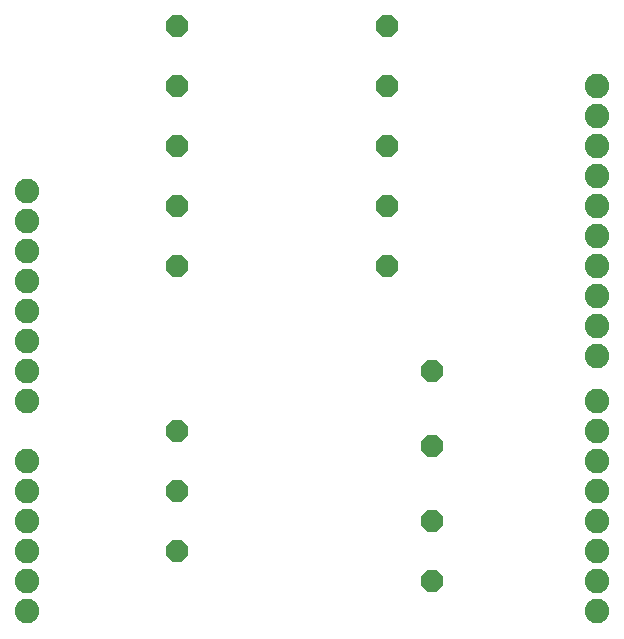
<source format=gbr>
G04 EAGLE Gerber RS-274X export*
G75*
%MOMM*%
%FSLAX34Y34*%
%LPD*%
%INSoldermask Top*%
%IPPOS*%
%AMOC8*
5,1,8,0,0,1.08239X$1,22.5*%
G01*
%ADD10C,2.082800*%
%ADD11P,1.951982X8X22.500000*%


D10*
X635000Y533400D03*
X635000Y508000D03*
X635000Y482600D03*
X635000Y457200D03*
X635000Y431800D03*
X635000Y406400D03*
X635000Y355600D03*
X635000Y330200D03*
X635000Y304800D03*
X635000Y279400D03*
X635000Y254000D03*
X635000Y228600D03*
X1117600Y228600D03*
X1117600Y254000D03*
X1117600Y279400D03*
X1117600Y304800D03*
X1117600Y330200D03*
X1117600Y355600D03*
X1117600Y381000D03*
X1117600Y406400D03*
X1117600Y444500D03*
X1117600Y469900D03*
X1117600Y495300D03*
X1117600Y520700D03*
X1117600Y546100D03*
X1117600Y571500D03*
X1117600Y596900D03*
X1117600Y622300D03*
X1117600Y647700D03*
X1117600Y673100D03*
X635000Y558800D03*
X635000Y584200D03*
D11*
X939800Y723900D03*
X939800Y673100D03*
X939800Y622300D03*
X762000Y723900D03*
X762000Y673100D03*
X762000Y622300D03*
X762000Y381000D03*
X762000Y330200D03*
X762000Y279400D03*
X939800Y571500D03*
X762000Y571500D03*
X977900Y304800D03*
X977900Y254000D03*
X762000Y520700D03*
X939800Y520700D03*
X977900Y368300D03*
X977900Y431800D03*
M02*

</source>
